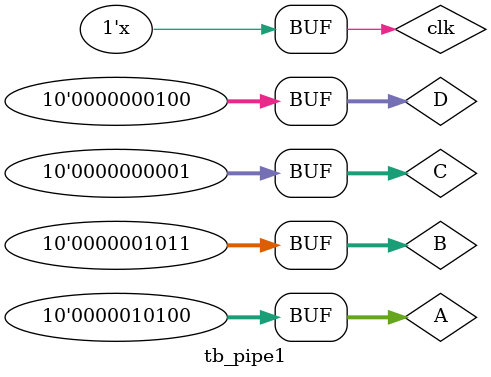
<source format=v>
module tb_pipe1;
parameter N=10 ;
wire [N-1 :0] F;
reg [N-1:0] A,B,C,D;
reg clk;

pipeline_1 MYPIPR( F,A,B,C,D,clk);

initial clk=0;

always #10 clk=~clk;

initial
 begin
  #13 A=10 ;B=12 ;C=6; D=3 ;      // F=75
  #20 A=10; B=10 ;C=5; D=3 ;    //F=66
  #20 A=20; B=11; C=1 ;D=4;   // F=112
end

endmodule
/*initial
 begin
  $dumpfile ("pipe1.vcd */






</source>
